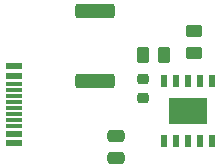
<source format=gtp>
G04 #@! TF.GenerationSoftware,KiCad,Pcbnew,(6.0.10-0)*
G04 #@! TF.CreationDate,2023-02-24T11:02:46+09:00*
G04 #@! TF.ProjectId,CH224K_PD_Decoy,43483232-344b-45f5-9044-5f4465636f79,0.5*
G04 #@! TF.SameCoordinates,Original*
G04 #@! TF.FileFunction,Paste,Top*
G04 #@! TF.FilePolarity,Positive*
%FSLAX46Y46*%
G04 Gerber Fmt 4.6, Leading zero omitted, Abs format (unit mm)*
G04 Created by KiCad (PCBNEW (6.0.10-0)) date 2023-02-24 11:02:46*
%MOMM*%
%LPD*%
G01*
G04 APERTURE LIST*
G04 Aperture macros list*
%AMRoundRect*
0 Rectangle with rounded corners*
0 $1 Rounding radius*
0 $2 $3 $4 $5 $6 $7 $8 $9 X,Y pos of 4 corners*
0 Add a 4 corners polygon primitive as box body*
4,1,4,$2,$3,$4,$5,$6,$7,$8,$9,$2,$3,0*
0 Add four circle primitives for the rounded corners*
1,1,$1+$1,$2,$3*
1,1,$1+$1,$4,$5*
1,1,$1+$1,$6,$7*
1,1,$1+$1,$8,$9*
0 Add four rect primitives between the rounded corners*
20,1,$1+$1,$2,$3,$4,$5,0*
20,1,$1+$1,$4,$5,$6,$7,0*
20,1,$1+$1,$6,$7,$8,$9,0*
20,1,$1+$1,$8,$9,$2,$3,0*%
G04 Aperture macros list end*
%ADD10RoundRect,0.250000X0.262500X0.450000X-0.262500X0.450000X-0.262500X-0.450000X0.262500X-0.450000X0*%
%ADD11R,3.200000X2.300000*%
%ADD12R,0.510000X1.100000*%
%ADD13RoundRect,0.250000X1.425000X-0.362500X1.425000X0.362500X-1.425000X0.362500X-1.425000X-0.362500X0*%
%ADD14RoundRect,0.250000X0.450000X-0.262500X0.450000X0.262500X-0.450000X0.262500X-0.450000X-0.262500X0*%
%ADD15RoundRect,0.218750X-0.256250X0.218750X-0.256250X-0.218750X0.256250X-0.218750X0.256250X0.218750X0*%
%ADD16R,1.450000X0.600000*%
%ADD17R,1.450000X0.300000*%
%ADD18RoundRect,0.250000X0.475000X-0.250000X0.475000X0.250000X-0.475000X0.250000X-0.475000X-0.250000X0*%
G04 APERTURE END LIST*
D10*
X93241500Y-79629000D03*
X91416500Y-79629000D03*
D11*
X95250000Y-84328000D03*
D12*
X93250000Y-86878000D03*
X94250000Y-86878000D03*
X95250000Y-86878000D03*
X96250000Y-86878000D03*
X97250000Y-86878000D03*
X97250000Y-81778000D03*
X96250000Y-81778000D03*
X95250000Y-81778000D03*
X94250000Y-81778000D03*
X93250000Y-81778000D03*
D13*
X87376000Y-81829500D03*
X87376000Y-75904500D03*
D14*
X95758000Y-79398500D03*
X95758000Y-77573500D03*
D15*
X91440000Y-81635500D03*
X91440000Y-83210500D03*
D16*
X80499000Y-80570000D03*
X80499000Y-81370000D03*
D17*
X80499000Y-82570000D03*
X80499000Y-83570000D03*
X80499000Y-84070000D03*
X80499000Y-85070000D03*
D16*
X80499000Y-86270000D03*
X80499000Y-87070000D03*
X80499000Y-87070000D03*
X80499000Y-86270000D03*
D17*
X80499000Y-85570000D03*
X80499000Y-84570000D03*
X80499000Y-83070000D03*
X80499000Y-82070000D03*
D16*
X80499000Y-81370000D03*
X80499000Y-80570000D03*
D18*
X89154000Y-88326000D03*
X89154000Y-86426000D03*
M02*

</source>
